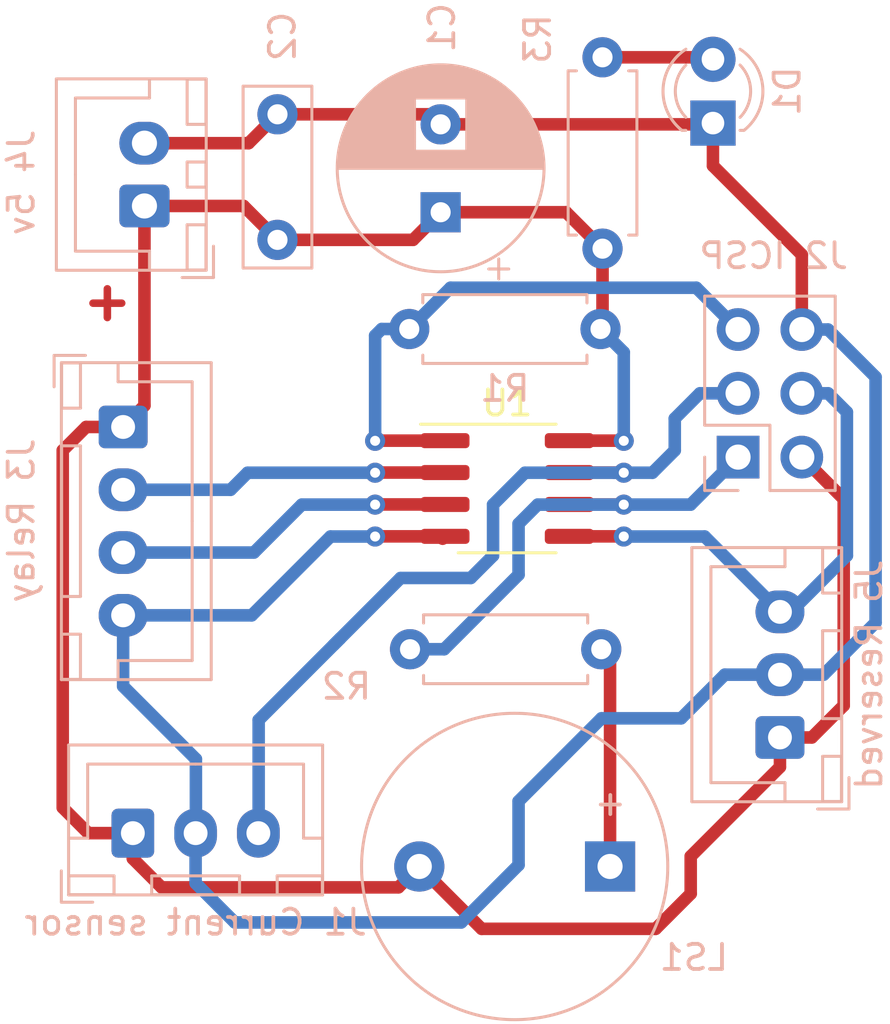
<source format=kicad_pcb>
(kicad_pcb (version 20171130) (host pcbnew "(5.1.9)-1")

  (general
    (thickness 1.6)
    (drawings 1)
    (tracks 133)
    (zones 0)
    (modules 13)
    (nets 11)
  )

  (page A4)
  (layers
    (0 F.Cu signal)
    (31 B.Cu signal)
    (32 B.Adhes user hide)
    (33 F.Adhes user hide)
    (34 B.Paste user)
    (35 F.Paste user hide)
    (36 B.SilkS user)
    (37 F.SilkS user)
    (38 B.Mask user)
    (39 F.Mask user)
    (40 Dwgs.User user)
    (41 Cmts.User user)
    (42 Eco1.User user)
    (43 Eco2.User user)
    (44 Edge.Cuts user)
    (45 Margin user)
    (46 B.CrtYd user)
    (47 F.CrtYd user)
    (48 B.Fab user hide)
    (49 F.Fab user)
  )

  (setup
    (last_trace_width 0.5)
    (user_trace_width 0.3)
    (user_trace_width 0.5)
    (trace_clearance 0.2)
    (zone_clearance 0.508)
    (zone_45_only no)
    (trace_min 0.2)
    (via_size 0.8)
    (via_drill 0.4)
    (via_min_size 0.4)
    (via_min_drill 0.3)
    (user_via 1.6 0.8)
    (uvia_size 0.3)
    (uvia_drill 0.1)
    (uvias_allowed no)
    (uvia_min_size 0.2)
    (uvia_min_drill 0.1)
    (edge_width 0.1)
    (segment_width 0.2)
    (pcb_text_width 0.3)
    (pcb_text_size 1.5 1.5)
    (mod_edge_width 0.15)
    (mod_text_size 1 1)
    (mod_text_width 0.15)
    (pad_size 1.6 1.6)
    (pad_drill 0.6)
    (pad_to_mask_clearance 0)
    (aux_axis_origin 0 0)
    (visible_elements 7FFFFFFF)
    (pcbplotparams
      (layerselection 0x01030_ffffffff)
      (usegerberextensions false)
      (usegerberattributes true)
      (usegerberadvancedattributes true)
      (creategerberjobfile true)
      (excludeedgelayer true)
      (linewidth 0.100000)
      (plotframeref false)
      (viasonmask false)
      (mode 1)
      (useauxorigin false)
      (hpglpennumber 1)
      (hpglpenspeed 20)
      (hpglpendiameter 15.000000)
      (psnegative false)
      (psa4output false)
      (plotreference true)
      (plotvalue true)
      (plotinvisibletext false)
      (padsonsilk false)
      (subtractmaskfromsilk false)
      (outputformat 3)
      (mirror false)
      (drillshape 2)
      (scaleselection 1)
      (outputdirectory ""))
  )

  (net 0 "")
  (net 1 "Net-(C1-Pad1)")
  (net 2 "Net-(C1-Pad2)")
  (net 3 "Net-(D1-Pad2)")
  (net 4 "Net-(J1-Pad3)")
  (net 5 "Net-(J2-Pad1)")
  (net 6 "Net-(J2-Pad4)")
  (net 7 "Net-(J2-Pad5)")
  (net 8 "Net-(J3-Pad2)")
  (net 9 "Net-(J3-Pad3)")
  (net 10 "Net-(LS1-Pad1)")

  (net_class Default "Это класс цепей по умолчанию."
    (clearance 0.2)
    (trace_width 0.25)
    (via_dia 0.8)
    (via_drill 0.4)
    (uvia_dia 0.3)
    (uvia_drill 0.1)
    (add_net "Net-(C1-Pad1)")
    (add_net "Net-(C1-Pad2)")
    (add_net "Net-(D1-Pad2)")
    (add_net "Net-(J1-Pad3)")
    (add_net "Net-(J2-Pad1)")
    (add_net "Net-(J2-Pad4)")
    (add_net "Net-(J2-Pad5)")
    (add_net "Net-(J3-Pad2)")
    (add_net "Net-(J3-Pad3)")
    (add_net "Net-(LS1-Pad1)")
  )

  (module Connector_JST:JST_XH_B3B-XH-A_1x03_P2.50mm_Vertical (layer B.Cu) (tedit 5C28146C) (tstamp 60021D5D)
    (at 171.069 91.313 90)
    (descr "JST XH series connector, B3B-XH-A (http://www.jst-mfg.com/product/pdf/eng/eXH.pdf), generated with kicad-footprint-generator")
    (tags "connector JST XH vertical")
    (path /600CACA9)
    (fp_text reference "J5 Reserved" (at 2.5 3.55 90) (layer B.SilkS)
      (effects (font (size 1 1) (thickness 0.15)) (justify mirror))
    )
    (fp_text value Reserved (at 2.5 -4.6 90) (layer B.Fab)
      (effects (font (size 1 1) (thickness 0.15)) (justify mirror))
    )
    (fp_line (start -2.45 2.35) (end -2.45 -3.4) (layer B.Fab) (width 0.1))
    (fp_line (start -2.45 -3.4) (end 7.45 -3.4) (layer B.Fab) (width 0.1))
    (fp_line (start 7.45 -3.4) (end 7.45 2.35) (layer B.Fab) (width 0.1))
    (fp_line (start 7.45 2.35) (end -2.45 2.35) (layer B.Fab) (width 0.1))
    (fp_line (start -2.56 2.46) (end -2.56 -3.51) (layer B.SilkS) (width 0.12))
    (fp_line (start -2.56 -3.51) (end 7.56 -3.51) (layer B.SilkS) (width 0.12))
    (fp_line (start 7.56 -3.51) (end 7.56 2.46) (layer B.SilkS) (width 0.12))
    (fp_line (start 7.56 2.46) (end -2.56 2.46) (layer B.SilkS) (width 0.12))
    (fp_line (start -2.95 2.85) (end -2.95 -3.9) (layer B.CrtYd) (width 0.05))
    (fp_line (start -2.95 -3.9) (end 7.95 -3.9) (layer B.CrtYd) (width 0.05))
    (fp_line (start 7.95 -3.9) (end 7.95 2.85) (layer B.CrtYd) (width 0.05))
    (fp_line (start 7.95 2.85) (end -2.95 2.85) (layer B.CrtYd) (width 0.05))
    (fp_line (start -0.625 2.35) (end 0 1.35) (layer B.Fab) (width 0.1))
    (fp_line (start 0 1.35) (end 0.625 2.35) (layer B.Fab) (width 0.1))
    (fp_line (start 0.75 2.45) (end 0.75 1.7) (layer B.SilkS) (width 0.12))
    (fp_line (start 0.75 1.7) (end 4.25 1.7) (layer B.SilkS) (width 0.12))
    (fp_line (start 4.25 1.7) (end 4.25 2.45) (layer B.SilkS) (width 0.12))
    (fp_line (start 4.25 2.45) (end 0.75 2.45) (layer B.SilkS) (width 0.12))
    (fp_line (start -2.55 2.45) (end -2.55 1.7) (layer B.SilkS) (width 0.12))
    (fp_line (start -2.55 1.7) (end -0.75 1.7) (layer B.SilkS) (width 0.12))
    (fp_line (start -0.75 1.7) (end -0.75 2.45) (layer B.SilkS) (width 0.12))
    (fp_line (start -0.75 2.45) (end -2.55 2.45) (layer B.SilkS) (width 0.12))
    (fp_line (start 5.75 2.45) (end 5.75 1.7) (layer B.SilkS) (width 0.12))
    (fp_line (start 5.75 1.7) (end 7.55 1.7) (layer B.SilkS) (width 0.12))
    (fp_line (start 7.55 1.7) (end 7.55 2.45) (layer B.SilkS) (width 0.12))
    (fp_line (start 7.55 2.45) (end 5.75 2.45) (layer B.SilkS) (width 0.12))
    (fp_line (start -2.55 0.2) (end -1.8 0.2) (layer B.SilkS) (width 0.12))
    (fp_line (start -1.8 0.2) (end -1.8 -2.75) (layer B.SilkS) (width 0.12))
    (fp_line (start -1.8 -2.75) (end 2.5 -2.75) (layer B.SilkS) (width 0.12))
    (fp_line (start 7.55 0.2) (end 6.8 0.2) (layer B.SilkS) (width 0.12))
    (fp_line (start 6.8 0.2) (end 6.8 -2.75) (layer B.SilkS) (width 0.12))
    (fp_line (start 6.8 -2.75) (end 2.5 -2.75) (layer B.SilkS) (width 0.12))
    (fp_line (start -1.6 2.75) (end -2.85 2.75) (layer B.SilkS) (width 0.12))
    (fp_line (start -2.85 2.75) (end -2.85 1.5) (layer B.SilkS) (width 0.12))
    (fp_text user %R (at 2.5 -2.7 90) (layer B.Fab)
      (effects (font (size 1 1) (thickness 0.15)) (justify mirror))
    )
    (pad 3 thru_hole oval (at 5 0 90) (size 1.7 1.95) (drill 0.95) (layers *.Cu *.Mask)
      (net 6 "Net-(J2-Pad4)"))
    (pad 2 thru_hole oval (at 2.5 0 90) (size 1.7 1.95) (drill 0.95) (layers *.Cu *.Mask)
      (net 2 "Net-(C1-Pad2)"))
    (pad 1 thru_hole roundrect (at 0 0 90) (size 1.7 1.95) (drill 0.95) (layers *.Cu *.Mask) (roundrect_rratio 0.147059)
      (net 1 "Net-(C1-Pad1)"))
    (model ${KISYS3DMOD}/Connector_JST.3dshapes/JST_XH_B3B-XH-A_1x03_P2.50mm_Vertical.wrl
      (at (xyz 0 0 0))
      (scale (xyz 1 1 1))
      (rotate (xyz 0 0 0))
    )
  )

  (module Resistor_THT:R_Axial_DIN0207_L6.3mm_D2.5mm_P7.62mm_Horizontal (layer B.Cu) (tedit 5AE5139B) (tstamp 60022753)
    (at 156.3 75.05)
    (descr "Resistor, Axial_DIN0207 series, Axial, Horizontal, pin pitch=7.62mm, 0.25W = 1/4W, length*diameter=6.3*2.5mm^2, http://cdn-reichelt.de/documents/datenblatt/B400/1_4W%23YAG.pdf")
    (tags "Resistor Axial_DIN0207 series Axial Horizontal pin pitch 7.62mm 0.25W = 1/4W length 6.3mm diameter 2.5mm")
    (path /6000469C)
    (fp_text reference R1 (at 3.81 2.37) (layer B.SilkS)
      (effects (font (size 1 1) (thickness 0.15)) (justify mirror))
    )
    (fp_text value "10 K" (at 3.81 -2.37) (layer B.Fab)
      (effects (font (size 1 1) (thickness 0.15)) (justify mirror))
    )
    (fp_line (start 8.67 1.5) (end -1.05 1.5) (layer B.CrtYd) (width 0.05))
    (fp_line (start 8.67 -1.5) (end 8.67 1.5) (layer B.CrtYd) (width 0.05))
    (fp_line (start -1.05 -1.5) (end 8.67 -1.5) (layer B.CrtYd) (width 0.05))
    (fp_line (start -1.05 1.5) (end -1.05 -1.5) (layer B.CrtYd) (width 0.05))
    (fp_line (start 7.08 -1.37) (end 7.08 -1.04) (layer B.SilkS) (width 0.12))
    (fp_line (start 0.54 -1.37) (end 7.08 -1.37) (layer B.SilkS) (width 0.12))
    (fp_line (start 0.54 -1.04) (end 0.54 -1.37) (layer B.SilkS) (width 0.12))
    (fp_line (start 7.08 1.37) (end 7.08 1.04) (layer B.SilkS) (width 0.12))
    (fp_line (start 0.54 1.37) (end 7.08 1.37) (layer B.SilkS) (width 0.12))
    (fp_line (start 0.54 1.04) (end 0.54 1.37) (layer B.SilkS) (width 0.12))
    (fp_line (start 7.62 0) (end 6.96 0) (layer B.Fab) (width 0.1))
    (fp_line (start 0 0) (end 0.66 0) (layer B.Fab) (width 0.1))
    (fp_line (start 6.96 1.25) (end 0.66 1.25) (layer B.Fab) (width 0.1))
    (fp_line (start 6.96 -1.25) (end 6.96 1.25) (layer B.Fab) (width 0.1))
    (fp_line (start 0.66 -1.25) (end 6.96 -1.25) (layer B.Fab) (width 0.1))
    (fp_line (start 0.66 1.25) (end 0.66 -1.25) (layer B.Fab) (width 0.1))
    (fp_text user %R (at 3.81 0) (layer B.Fab)
      (effects (font (size 1 1) (thickness 0.15)) (justify mirror))
    )
    (pad 1 thru_hole circle (at 0 0) (size 1.6 1.6) (drill 0.8) (layers *.Cu *.Mask)
      (net 7 "Net-(J2-Pad5)"))
    (pad 2 thru_hole oval (at 7.62 0) (size 1.6 1.6) (drill 0.8) (layers *.Cu *.Mask)
      (net 1 "Net-(C1-Pad1)"))
    (model ${KISYS3DMOD}/Resistor_THT.3dshapes/R_Axial_DIN0207_L6.3mm_D2.5mm_P7.62mm_Horizontal.wrl
      (at (xyz 0 0 0))
      (scale (xyz 1 1 1))
      (rotate (xyz 0 0 0))
    )
  )

  (module Capacitor_THT:CP_Radial_D8.0mm_P3.50mm (layer B.Cu) (tedit 5AE50EF0) (tstamp 60021C72)
    (at 157.55 70.4 90)
    (descr "CP, Radial series, Radial, pin pitch=3.50mm, , diameter=8mm, Electrolytic Capacitor")
    (tags "CP Radial series Radial pin pitch 3.50mm  diameter 8mm Electrolytic Capacitor")
    (path /600CF095)
    (fp_text reference C1 (at 7.35 0.05 90) (layer B.SilkS)
      (effects (font (size 1 1) (thickness 0.15)) (justify mirror))
    )
    (fp_text value 100mF (at -2.25 5.15 90) (layer B.Fab)
      (effects (font (size 1 1) (thickness 0.15)) (justify mirror))
    )
    (fp_line (start -2.259698 2.715) (end -2.259698 1.915) (layer B.SilkS) (width 0.12))
    (fp_line (start -2.659698 2.315) (end -1.859698 2.315) (layer B.SilkS) (width 0.12))
    (fp_line (start 5.831 0.533) (end 5.831 -0.533) (layer B.SilkS) (width 0.12))
    (fp_line (start 5.791 0.768) (end 5.791 -0.768) (layer B.SilkS) (width 0.12))
    (fp_line (start 5.751 0.948) (end 5.751 -0.948) (layer B.SilkS) (width 0.12))
    (fp_line (start 5.711 1.098) (end 5.711 -1.098) (layer B.SilkS) (width 0.12))
    (fp_line (start 5.671 1.229) (end 5.671 -1.229) (layer B.SilkS) (width 0.12))
    (fp_line (start 5.631 1.346) (end 5.631 -1.346) (layer B.SilkS) (width 0.12))
    (fp_line (start 5.591 1.453) (end 5.591 -1.453) (layer B.SilkS) (width 0.12))
    (fp_line (start 5.551 1.552) (end 5.551 -1.552) (layer B.SilkS) (width 0.12))
    (fp_line (start 5.511 1.645) (end 5.511 -1.645) (layer B.SilkS) (width 0.12))
    (fp_line (start 5.471 1.731) (end 5.471 -1.731) (layer B.SilkS) (width 0.12))
    (fp_line (start 5.431 1.813) (end 5.431 -1.813) (layer B.SilkS) (width 0.12))
    (fp_line (start 5.391 1.89) (end 5.391 -1.89) (layer B.SilkS) (width 0.12))
    (fp_line (start 5.351 1.964) (end 5.351 -1.964) (layer B.SilkS) (width 0.12))
    (fp_line (start 5.311 2.034) (end 5.311 -2.034) (layer B.SilkS) (width 0.12))
    (fp_line (start 5.271 2.102) (end 5.271 -2.102) (layer B.SilkS) (width 0.12))
    (fp_line (start 5.231 2.166) (end 5.231 -2.166) (layer B.SilkS) (width 0.12))
    (fp_line (start 5.191 2.228) (end 5.191 -2.228) (layer B.SilkS) (width 0.12))
    (fp_line (start 5.151 2.287) (end 5.151 -2.287) (layer B.SilkS) (width 0.12))
    (fp_line (start 5.111 2.345) (end 5.111 -2.345) (layer B.SilkS) (width 0.12))
    (fp_line (start 5.071 2.4) (end 5.071 -2.4) (layer B.SilkS) (width 0.12))
    (fp_line (start 5.031 2.454) (end 5.031 -2.454) (layer B.SilkS) (width 0.12))
    (fp_line (start 4.991 2.505) (end 4.991 -2.505) (layer B.SilkS) (width 0.12))
    (fp_line (start 4.951 2.556) (end 4.951 -2.556) (layer B.SilkS) (width 0.12))
    (fp_line (start 4.911 2.604) (end 4.911 -2.604) (layer B.SilkS) (width 0.12))
    (fp_line (start 4.871 2.651) (end 4.871 -2.651) (layer B.SilkS) (width 0.12))
    (fp_line (start 4.831 2.697) (end 4.831 -2.697) (layer B.SilkS) (width 0.12))
    (fp_line (start 4.791 2.741) (end 4.791 -2.741) (layer B.SilkS) (width 0.12))
    (fp_line (start 4.751 2.784) (end 4.751 -2.784) (layer B.SilkS) (width 0.12))
    (fp_line (start 4.711 2.826) (end 4.711 -2.826) (layer B.SilkS) (width 0.12))
    (fp_line (start 4.671 2.867) (end 4.671 -2.867) (layer B.SilkS) (width 0.12))
    (fp_line (start 4.631 2.907) (end 4.631 -2.907) (layer B.SilkS) (width 0.12))
    (fp_line (start 4.591 2.945) (end 4.591 -2.945) (layer B.SilkS) (width 0.12))
    (fp_line (start 4.551 2.983) (end 4.551 -2.983) (layer B.SilkS) (width 0.12))
    (fp_line (start 4.511 -1.04) (end 4.511 -3.019) (layer B.SilkS) (width 0.12))
    (fp_line (start 4.511 3.019) (end 4.511 1.04) (layer B.SilkS) (width 0.12))
    (fp_line (start 4.471 -1.04) (end 4.471 -3.055) (layer B.SilkS) (width 0.12))
    (fp_line (start 4.471 3.055) (end 4.471 1.04) (layer B.SilkS) (width 0.12))
    (fp_line (start 4.431 -1.04) (end 4.431 -3.09) (layer B.SilkS) (width 0.12))
    (fp_line (start 4.431 3.09) (end 4.431 1.04) (layer B.SilkS) (width 0.12))
    (fp_line (start 4.391 -1.04) (end 4.391 -3.124) (layer B.SilkS) (width 0.12))
    (fp_line (start 4.391 3.124) (end 4.391 1.04) (layer B.SilkS) (width 0.12))
    (fp_line (start 4.351 -1.04) (end 4.351 -3.156) (layer B.SilkS) (width 0.12))
    (fp_line (start 4.351 3.156) (end 4.351 1.04) (layer B.SilkS) (width 0.12))
    (fp_line (start 4.311 -1.04) (end 4.311 -3.189) (layer B.SilkS) (width 0.12))
    (fp_line (start 4.311 3.189) (end 4.311 1.04) (layer B.SilkS) (width 0.12))
    (fp_line (start 4.271 -1.04) (end 4.271 -3.22) (layer B.SilkS) (width 0.12))
    (fp_line (start 4.271 3.22) (end 4.271 1.04) (layer B.SilkS) (width 0.12))
    (fp_line (start 4.231 -1.04) (end 4.231 -3.25) (layer B.SilkS) (width 0.12))
    (fp_line (start 4.231 3.25) (end 4.231 1.04) (layer B.SilkS) (width 0.12))
    (fp_line (start 4.191 -1.04) (end 4.191 -3.28) (layer B.SilkS) (width 0.12))
    (fp_line (start 4.191 3.28) (end 4.191 1.04) (layer B.SilkS) (width 0.12))
    (fp_line (start 4.151 -1.04) (end 4.151 -3.309) (layer B.SilkS) (width 0.12))
    (fp_line (start 4.151 3.309) (end 4.151 1.04) (layer B.SilkS) (width 0.12))
    (fp_line (start 4.111 -1.04) (end 4.111 -3.338) (layer B.SilkS) (width 0.12))
    (fp_line (start 4.111 3.338) (end 4.111 1.04) (layer B.SilkS) (width 0.12))
    (fp_line (start 4.071 -1.04) (end 4.071 -3.365) (layer B.SilkS) (width 0.12))
    (fp_line (start 4.071 3.365) (end 4.071 1.04) (layer B.SilkS) (width 0.12))
    (fp_line (start 4.031 -1.04) (end 4.031 -3.392) (layer B.SilkS) (width 0.12))
    (fp_line (start 4.031 3.392) (end 4.031 1.04) (layer B.SilkS) (width 0.12))
    (fp_line (start 3.991 -1.04) (end 3.991 -3.418) (layer B.SilkS) (width 0.12))
    (fp_line (start 3.991 3.418) (end 3.991 1.04) (layer B.SilkS) (width 0.12))
    (fp_line (start 3.951 -1.04) (end 3.951 -3.444) (layer B.SilkS) (width 0.12))
    (fp_line (start 3.951 3.444) (end 3.951 1.04) (layer B.SilkS) (width 0.12))
    (fp_line (start 3.911 -1.04) (end 3.911 -3.469) (layer B.SilkS) (width 0.12))
    (fp_line (start 3.911 3.469) (end 3.911 1.04) (layer B.SilkS) (width 0.12))
    (fp_line (start 3.871 -1.04) (end 3.871 -3.493) (layer B.SilkS) (width 0.12))
    (fp_line (start 3.871 3.493) (end 3.871 1.04) (layer B.SilkS) (width 0.12))
    (fp_line (start 3.831 -1.04) (end 3.831 -3.517) (layer B.SilkS) (width 0.12))
    (fp_line (start 3.831 3.517) (end 3.831 1.04) (layer B.SilkS) (width 0.12))
    (fp_line (start 3.791 -1.04) (end 3.791 -3.54) (layer B.SilkS) (width 0.12))
    (fp_line (start 3.791 3.54) (end 3.791 1.04) (layer B.SilkS) (width 0.12))
    (fp_line (start 3.751 -1.04) (end 3.751 -3.562) (layer B.SilkS) (width 0.12))
    (fp_line (start 3.751 3.562) (end 3.751 1.04) (layer B.SilkS) (width 0.12))
    (fp_line (start 3.711 -1.04) (end 3.711 -3.584) (layer B.SilkS) (width 0.12))
    (fp_line (start 3.711 3.584) (end 3.711 1.04) (layer B.SilkS) (width 0.12))
    (fp_line (start 3.671 -1.04) (end 3.671 -3.606) (layer B.SilkS) (width 0.12))
    (fp_line (start 3.671 3.606) (end 3.671 1.04) (layer B.SilkS) (width 0.12))
    (fp_line (start 3.631 -1.04) (end 3.631 -3.627) (layer B.SilkS) (width 0.12))
    (fp_line (start 3.631 3.627) (end 3.631 1.04) (layer B.SilkS) (width 0.12))
    (fp_line (start 3.591 -1.04) (end 3.591 -3.647) (layer B.SilkS) (width 0.12))
    (fp_line (start 3.591 3.647) (end 3.591 1.04) (layer B.SilkS) (width 0.12))
    (fp_line (start 3.551 -1.04) (end 3.551 -3.666) (layer B.SilkS) (width 0.12))
    (fp_line (start 3.551 3.666) (end 3.551 1.04) (layer B.SilkS) (width 0.12))
    (fp_line (start 3.511 -1.04) (end 3.511 -3.686) (layer B.SilkS) (width 0.12))
    (fp_line (start 3.511 3.686) (end 3.511 1.04) (layer B.SilkS) (width 0.12))
    (fp_line (start 3.471 -1.04) (end 3.471 -3.704) (layer B.SilkS) (width 0.12))
    (fp_line (start 3.471 3.704) (end 3.471 1.04) (layer B.SilkS) (width 0.12))
    (fp_line (start 3.431 -1.04) (end 3.431 -3.722) (layer B.SilkS) (width 0.12))
    (fp_line (start 3.431 3.722) (end 3.431 1.04) (layer B.SilkS) (width 0.12))
    (fp_line (start 3.391 -1.04) (end 3.391 -3.74) (layer B.SilkS) (width 0.12))
    (fp_line (start 3.391 3.74) (end 3.391 1.04) (layer B.SilkS) (width 0.12))
    (fp_line (start 3.351 -1.04) (end 3.351 -3.757) (layer B.SilkS) (width 0.12))
    (fp_line (start 3.351 3.757) (end 3.351 1.04) (layer B.SilkS) (width 0.12))
    (fp_line (start 3.311 -1.04) (end 3.311 -3.774) (layer B.SilkS) (width 0.12))
    (fp_line (start 3.311 3.774) (end 3.311 1.04) (layer B.SilkS) (width 0.12))
    (fp_line (start 3.271 -1.04) (end 3.271 -3.79) (layer B.SilkS) (width 0.12))
    (fp_line (start 3.271 3.79) (end 3.271 1.04) (layer B.SilkS) (width 0.12))
    (fp_line (start 3.231 -1.04) (end 3.231 -3.805) (layer B.SilkS) (width 0.12))
    (fp_line (start 3.231 3.805) (end 3.231 1.04) (layer B.SilkS) (width 0.12))
    (fp_line (start 3.191 -1.04) (end 3.191 -3.821) (layer B.SilkS) (width 0.12))
    (fp_line (start 3.191 3.821) (end 3.191 1.04) (layer B.SilkS) (width 0.12))
    (fp_line (start 3.151 -1.04) (end 3.151 -3.835) (layer B.SilkS) (width 0.12))
    (fp_line (start 3.151 3.835) (end 3.151 1.04) (layer B.SilkS) (width 0.12))
    (fp_line (start 3.111 -1.04) (end 3.111 -3.85) (layer B.SilkS) (width 0.12))
    (fp_line (start 3.111 3.85) (end 3.111 1.04) (layer B.SilkS) (width 0.12))
    (fp_line (start 3.071 -1.04) (end 3.071 -3.863) (layer B.SilkS) (width 0.12))
    (fp_line (start 3.071 3.863) (end 3.071 1.04) (layer B.SilkS) (width 0.12))
    (fp_line (start 3.031 -1.04) (end 3.031 -3.877) (layer B.SilkS) (width 0.12))
    (fp_line (start 3.031 3.877) (end 3.031 1.04) (layer B.SilkS) (width 0.12))
    (fp_line (start 2.991 -1.04) (end 2.991 -3.889) (layer B.SilkS) (width 0.12))
    (fp_line (start 2.991 3.889) (end 2.991 1.04) (layer B.SilkS) (width 0.12))
    (fp_line (start 2.951 -1.04) (end 2.951 -3.902) (layer B.SilkS) (width 0.12))
    (fp_line (start 2.951 3.902) (end 2.951 1.04) (layer B.SilkS) (width 0.12))
    (fp_line (start 2.911 -1.04) (end 2.911 -3.914) (layer B.SilkS) (width 0.12))
    (fp_line (start 2.911 3.914) (end 2.911 1.04) (layer B.SilkS) (width 0.12))
    (fp_line (start 2.871 -1.04) (end 2.871 -3.925) (layer B.SilkS) (width 0.12))
    (fp_line (start 2.871 3.925) (end 2.871 1.04) (layer B.SilkS) (width 0.12))
    (fp_line (start 2.831 -1.04) (end 2.831 -3.936) (layer B.SilkS) (width 0.12))
    (fp_line (start 2.831 3.936) (end 2.831 1.04) (layer B.SilkS) (width 0.12))
    (fp_line (start 2.791 -1.04) (end 2.791 -3.947) (layer B.SilkS) (width 0.12))
    (fp_line (start 2.791 3.947) (end 2.791 1.04) (layer B.SilkS) (width 0.12))
    (fp_line (start 2.751 -1.04) (end 2.751 -3.957) (layer B.SilkS) (width 0.12))
    (fp_line (start 2.751 3.957) (end 2.751 1.04) (layer B.SilkS) (width 0.12))
    (fp_line (start 2.711 -1.04) (end 2.711 -3.967) (layer B.SilkS) (width 0.12))
    (fp_line (start 2.711 3.967) (end 2.711 1.04) (layer B.SilkS) (width 0.12))
    (fp_line (start 2.671 -1.04) (end 2.671 -3.976) (layer B.SilkS) (width 0.12))
    (fp_line (start 2.671 3.976) (end 2.671 1.04) (layer B.SilkS) (width 0.12))
    (fp_line (start 2.631 -1.04) (end 2.631 -3.985) (layer B.SilkS) (width 0.12))
    (fp_line (start 2.631 3.985) (end 2.631 1.04) (layer B.SilkS) (width 0.12))
    (fp_line (start 2.591 -1.04) (end 2.591 -3.994) (layer B.SilkS) (width 0.12))
    (fp_line (start 2.591 3.994) (end 2.591 1.04) (layer B.SilkS) (width 0.12))
    (fp_line (start 2.551 -1.04) (end 2.551 -4.002) (layer B.SilkS) (width 0.12))
    (fp_line (start 2.551 4.002) (end 2.551 1.04) (layer B.SilkS) (width 0.12))
    (fp_line (start 2.511 -1.04) (end 2.511 -4.01) (layer B.SilkS) (width 0.12))
    (fp_line (start 2.511 4.01) (end 2.511 1.04) (layer B.SilkS) (width 0.12))
    (fp_line (start 2.471 -1.04) (end 2.471 -4.017) (layer B.SilkS) (width 0.12))
    (fp_line (start 2.471 4.017) (end 2.471 1.04) (layer B.SilkS) (width 0.12))
    (fp_line (start 2.43 4.024) (end 2.43 -4.024) (layer B.SilkS) (width 0.12))
    (fp_line (start 2.39 4.03) (end 2.39 -4.03) (layer B.SilkS) (width 0.12))
    (fp_line (start 2.35 4.037) (end 2.35 -4.037) (layer B.SilkS) (width 0.12))
    (fp_line (start 2.31 4.042) (end 2.31 -4.042) (layer B.SilkS) (width 0.12))
    (fp_line (start 2.27 4.048) (end 2.27 -4.048) (layer B.SilkS) (width 0.12))
    (fp_line (start 2.23 4.052) (end 2.23 -4.052) (layer B.SilkS) (width 0.12))
    (fp_line (start 2.19 4.057) (end 2.19 -4.057) (layer B.SilkS) (width 0.12))
    (fp_line (start 2.15 4.061) (end 2.15 -4.061) (layer B.SilkS) (width 0.12))
    (fp_line (start 2.11 4.065) (end 2.11 -4.065) (layer B.SilkS) (width 0.12))
    (fp_line (start 2.07 4.068) (end 2.07 -4.068) (layer B.SilkS) (width 0.12))
    (fp_line (start 2.03 4.071) (end 2.03 -4.071) (layer B.SilkS) (width 0.12))
    (fp_line (start 1.99 4.074) (end 1.99 -4.074) (layer B.SilkS) (width 0.12))
    (fp_line (start 1.95 4.076) (end 1.95 -4.076) (layer B.SilkS) (width 0.12))
    (fp_line (start 1.91 4.077) (end 1.91 -4.077) (layer B.SilkS) (width 0.12))
    (fp_line (start 1.87 4.079) (end 1.87 -4.079) (layer B.SilkS) (width 0.12))
    (fp_line (start 1.83 4.08) (end 1.83 -4.08) (layer B.SilkS) (width 0.12))
    (fp_line (start 1.79 4.08) (end 1.79 -4.08) (layer B.SilkS) (width 0.12))
    (fp_line (start 1.75 4.08) (end 1.75 -4.08) (layer B.SilkS) (width 0.12))
    (fp_line (start -1.276759 2.1475) (end -1.276759 1.3475) (layer B.Fab) (width 0.1))
    (fp_line (start -1.676759 1.7475) (end -0.876759 1.7475) (layer B.Fab) (width 0.1))
    (fp_circle (center 1.75 0) (end 6 0) (layer B.CrtYd) (width 0.05))
    (fp_circle (center 1.75 0) (end 5.87 0) (layer B.SilkS) (width 0.12))
    (fp_circle (center 1.75 0) (end 5.75 0) (layer B.Fab) (width 0.1))
    (fp_text user %R (at 1.75 0 90) (layer B.Fab)
      (effects (font (size 1 1) (thickness 0.15)) (justify mirror))
    )
    (pad 1 thru_hole rect (at 0 0 90) (size 1.6 1.6) (drill 0.8) (layers *.Cu *.Mask)
      (net 1 "Net-(C1-Pad1)"))
    (pad 2 thru_hole circle (at 3.5 0 90) (size 1.6 1.6) (drill 0.8) (layers *.Cu *.Mask)
      (net 2 "Net-(C1-Pad2)"))
    (model ${KISYS3DMOD}/Capacitor_THT.3dshapes/CP_Radial_D8.0mm_P3.50mm.wrl
      (at (xyz 0 0 0))
      (scale (xyz 1 1 1))
      (rotate (xyz 0 0 0))
    )
  )

  (module Capacitor_THT:C_Disc_D7.0mm_W2.5mm_P5.00mm (layer B.Cu) (tedit 5AE50EF0) (tstamp 60021C85)
    (at 151.05 71.5 90)
    (descr "C, Disc series, Radial, pin pitch=5.00mm, , diameter*width=7*2.5mm^2, Capacitor, http://cdn-reichelt.de/documents/datenblatt/B300/DS_KERKO_TC.pdf")
    (tags "C Disc series Radial pin pitch 5.00mm  diameter 7mm width 2.5mm Capacitor")
    (path /600D150B)
    (fp_text reference C2 (at 8.1 0.2 90) (layer B.SilkS)
      (effects (font (size 1 1) (thickness 0.15)) (justify mirror))
    )
    (fp_text value 0,1mF (at -0.45 2.35 90) (layer B.Fab)
      (effects (font (size 1 1) (thickness 0.15)) (justify mirror))
    )
    (fp_line (start 6.25 1.5) (end -1.25 1.5) (layer B.CrtYd) (width 0.05))
    (fp_line (start 6.25 -1.5) (end 6.25 1.5) (layer B.CrtYd) (width 0.05))
    (fp_line (start -1.25 -1.5) (end 6.25 -1.5) (layer B.CrtYd) (width 0.05))
    (fp_line (start -1.25 1.5) (end -1.25 -1.5) (layer B.CrtYd) (width 0.05))
    (fp_line (start 6.12 1.37) (end 6.12 -1.37) (layer B.SilkS) (width 0.12))
    (fp_line (start -1.12 1.37) (end -1.12 -1.37) (layer B.SilkS) (width 0.12))
    (fp_line (start -1.12 -1.37) (end 6.12 -1.37) (layer B.SilkS) (width 0.12))
    (fp_line (start -1.12 1.37) (end 6.12 1.37) (layer B.SilkS) (width 0.12))
    (fp_line (start 6 1.25) (end -1 1.25) (layer B.Fab) (width 0.1))
    (fp_line (start 6 -1.25) (end 6 1.25) (layer B.Fab) (width 0.1))
    (fp_line (start -1 -1.25) (end 6 -1.25) (layer B.Fab) (width 0.1))
    (fp_line (start -1 1.25) (end -1 -1.25) (layer B.Fab) (width 0.1))
    (fp_text user %R (at 2.5 0 90) (layer B.Fab)
      (effects (font (size 1 1) (thickness 0.15)) (justify mirror))
    )
    (pad 1 thru_hole circle (at 0 0 90) (size 1.6 1.6) (drill 0.8) (layers *.Cu *.Mask)
      (net 1 "Net-(C1-Pad1)"))
    (pad 2 thru_hole circle (at 5 0 90) (size 1.6 1.6) (drill 0.8) (layers *.Cu *.Mask)
      (net 2 "Net-(C1-Pad2)"))
    (model ${KISYS3DMOD}/Capacitor_THT.3dshapes/C_Disc_D7.0mm_W2.5mm_P5.00mm.wrl
      (at (xyz 0 0 0))
      (scale (xyz 1 1 1))
      (rotate (xyz 0 0 0))
    )
  )

  (module LED_THT:LED_D3.0mm_Clear (layer B.Cu) (tedit 5A6C9BC0) (tstamp 60021C99)
    (at 168.4 66.85 90)
    (descr "IR-LED, diameter 3.0mm, 2 pins, color: clear")
    (tags "IR infrared LED diameter 3.0mm 2 pins clear")
    (path /60025FB9)
    (fp_text reference D1 (at 1.27 2.96 90) (layer B.SilkS)
      (effects (font (size 1 1) (thickness 0.15)) (justify mirror))
    )
    (fp_text value LED (at 1.27 -2.96 90) (layer B.Fab)
      (effects (font (size 1 1) (thickness 0.15)) (justify mirror))
    )
    (fp_circle (center 1.27 0) (end 2.77 0) (layer B.Fab) (width 0.1))
    (fp_line (start 3.7 2.25) (end -1.15 2.25) (layer B.CrtYd) (width 0.05))
    (fp_line (start 3.7 -2.25) (end 3.7 2.25) (layer B.CrtYd) (width 0.05))
    (fp_line (start -1.15 -2.25) (end 3.7 -2.25) (layer B.CrtYd) (width 0.05))
    (fp_line (start -1.15 2.25) (end -1.15 -2.25) (layer B.CrtYd) (width 0.05))
    (fp_line (start -0.29 -1.08) (end -0.29 -1.236) (layer B.SilkS) (width 0.12))
    (fp_line (start -0.29 1.236) (end -0.29 1.08) (layer B.SilkS) (width 0.12))
    (fp_line (start -0.23 1.16619) (end -0.23 -1.16619) (layer B.Fab) (width 0.1))
    (fp_text user %R (at 1.47 0 90) (layer B.Fab)
      (effects (font (size 0.8 0.8) (thickness 0.12)) (justify mirror))
    )
    (fp_arc (start 1.27 0) (end -0.23 1.16619) (angle -284.3) (layer B.Fab) (width 0.1))
    (fp_arc (start 1.27 0) (end -0.29 1.235516) (angle -108.8) (layer B.SilkS) (width 0.12))
    (fp_arc (start 1.27 0) (end -0.29 -1.235516) (angle 108.8) (layer B.SilkS) (width 0.12))
    (fp_arc (start 1.27 0) (end 0.229039 1.08) (angle -87.9) (layer B.SilkS) (width 0.12))
    (fp_arc (start 1.27 0) (end 0.229039 -1.08) (angle 87.9) (layer B.SilkS) (width 0.12))
    (pad 1 thru_hole rect (at 0 0 90) (size 1.8 1.8) (drill 0.9) (layers *.Cu *.Mask)
      (net 2 "Net-(C1-Pad2)"))
    (pad 2 thru_hole circle (at 2.54 0 90) (size 1.8 1.8) (drill 0.9) (layers *.Cu *.Mask)
      (net 3 "Net-(D1-Pad2)"))
    (model ${KISYS3DMOD}/LED_THT.3dshapes/LED_D3.0mm_Clear.wrl
      (at (xyz 0 0 0))
      (scale (xyz 1 1 1))
      (rotate (xyz 0 0 0))
    )
  )

  (module Connector_JST:JST_XH_B3B-XH-A_1x03_P2.50mm_Vertical (layer B.Cu) (tedit 5C28146C) (tstamp 60021CC3)
    (at 145.288 95.123)
    (descr "JST XH series connector, B3B-XH-A (http://www.jst-mfg.com/product/pdf/eng/eXH.pdf), generated with kicad-footprint-generator")
    (tags "connector JST XH vertical")
    (path /6000BAC1)
    (fp_text reference "J1 Current sensor" (at 2.5 3.55) (layer B.SilkS)
      (effects (font (size 1 1) (thickness 0.15)) (justify mirror))
    )
    (fp_text value "Current sensor" (at 2.5 -4.6) (layer B.Fab)
      (effects (font (size 1 1) (thickness 0.15)) (justify mirror))
    )
    (fp_line (start -2.85 2.75) (end -2.85 1.5) (layer B.SilkS) (width 0.12))
    (fp_line (start -1.6 2.75) (end -2.85 2.75) (layer B.SilkS) (width 0.12))
    (fp_line (start 6.8 -2.75) (end 2.5 -2.75) (layer B.SilkS) (width 0.12))
    (fp_line (start 6.8 0.2) (end 6.8 -2.75) (layer B.SilkS) (width 0.12))
    (fp_line (start 7.55 0.2) (end 6.8 0.2) (layer B.SilkS) (width 0.12))
    (fp_line (start -1.8 -2.75) (end 2.5 -2.75) (layer B.SilkS) (width 0.12))
    (fp_line (start -1.8 0.2) (end -1.8 -2.75) (layer B.SilkS) (width 0.12))
    (fp_line (start -2.55 0.2) (end -1.8 0.2) (layer B.SilkS) (width 0.12))
    (fp_line (start 7.55 2.45) (end 5.75 2.45) (layer B.SilkS) (width 0.12))
    (fp_line (start 7.55 1.7) (end 7.55 2.45) (layer B.SilkS) (width 0.12))
    (fp_line (start 5.75 1.7) (end 7.55 1.7) (layer B.SilkS) (width 0.12))
    (fp_line (start 5.75 2.45) (end 5.75 1.7) (layer B.SilkS) (width 0.12))
    (fp_line (start -0.75 2.45) (end -2.55 2.45) (layer B.SilkS) (width 0.12))
    (fp_line (start -0.75 1.7) (end -0.75 2.45) (layer B.SilkS) (width 0.12))
    (fp_line (start -2.55 1.7) (end -0.75 1.7) (layer B.SilkS) (width 0.12))
    (fp_line (start -2.55 2.45) (end -2.55 1.7) (layer B.SilkS) (width 0.12))
    (fp_line (start 4.25 2.45) (end 0.75 2.45) (layer B.SilkS) (width 0.12))
    (fp_line (start 4.25 1.7) (end 4.25 2.45) (layer B.SilkS) (width 0.12))
    (fp_line (start 0.75 1.7) (end 4.25 1.7) (layer B.SilkS) (width 0.12))
    (fp_line (start 0.75 2.45) (end 0.75 1.7) (layer B.SilkS) (width 0.12))
    (fp_line (start 0 1.35) (end 0.625 2.35) (layer B.Fab) (width 0.1))
    (fp_line (start -0.625 2.35) (end 0 1.35) (layer B.Fab) (width 0.1))
    (fp_line (start 7.95 2.85) (end -2.95 2.85) (layer B.CrtYd) (width 0.05))
    (fp_line (start 7.95 -3.9) (end 7.95 2.85) (layer B.CrtYd) (width 0.05))
    (fp_line (start -2.95 -3.9) (end 7.95 -3.9) (layer B.CrtYd) (width 0.05))
    (fp_line (start -2.95 2.85) (end -2.95 -3.9) (layer B.CrtYd) (width 0.05))
    (fp_line (start 7.56 2.46) (end -2.56 2.46) (layer B.SilkS) (width 0.12))
    (fp_line (start 7.56 -3.51) (end 7.56 2.46) (layer B.SilkS) (width 0.12))
    (fp_line (start -2.56 -3.51) (end 7.56 -3.51) (layer B.SilkS) (width 0.12))
    (fp_line (start -2.56 2.46) (end -2.56 -3.51) (layer B.SilkS) (width 0.12))
    (fp_line (start 7.45 2.35) (end -2.45 2.35) (layer B.Fab) (width 0.1))
    (fp_line (start 7.45 -3.4) (end 7.45 2.35) (layer B.Fab) (width 0.1))
    (fp_line (start -2.45 -3.4) (end 7.45 -3.4) (layer B.Fab) (width 0.1))
    (fp_line (start -2.45 2.35) (end -2.45 -3.4) (layer B.Fab) (width 0.1))
    (fp_text user %R (at 2.5 -2.7) (layer B.Fab)
      (effects (font (size 1 1) (thickness 0.15)) (justify mirror))
    )
    (pad 1 thru_hole roundrect (at 0 0) (size 1.7 1.95) (drill 0.95) (layers *.Cu *.Mask) (roundrect_rratio 0.147059)
      (net 1 "Net-(C1-Pad1)"))
    (pad 2 thru_hole oval (at 2.5 0) (size 1.7 1.95) (drill 0.95) (layers *.Cu *.Mask)
      (net 2 "Net-(C1-Pad2)"))
    (pad 3 thru_hole oval (at 5 0) (size 1.7 1.95) (drill 0.95) (layers *.Cu *.Mask)
      (net 4 "Net-(J1-Pad3)"))
    (model ${KISYS3DMOD}/Connector_JST.3dshapes/JST_XH_B3B-XH-A_1x03_P2.50mm_Vertical.wrl
      (at (xyz 0 0 0))
      (scale (xyz 1 1 1))
      (rotate (xyz 0 0 0))
    )
  )

  (module Connector_PinHeader_2.54mm:PinHeader_2x03_P2.54mm_Vertical (layer B.Cu) (tedit 59FED5CC) (tstamp 60070A83)
    (at 169.4 80.15)
    (descr "Through hole straight pin header, 2x03, 2.54mm pitch, double rows")
    (tags "Through hole pin header THT 2x03 2.54mm double row")
    (path /60028A69)
    (fp_text reference "J2 ICSP" (at 1.415 -8.014) (layer B.SilkS)
      (effects (font (size 1 1) (thickness 0.15)) (justify mirror))
    )
    (fp_text value ICSP (at 1.27 -7.41) (layer B.Fab)
      (effects (font (size 1 1) (thickness 0.15)) (justify mirror))
    )
    (fp_line (start 4.35 1.8) (end -1.8 1.8) (layer B.CrtYd) (width 0.05))
    (fp_line (start 4.35 -6.85) (end 4.35 1.8) (layer B.CrtYd) (width 0.05))
    (fp_line (start -1.8 -6.85) (end 4.35 -6.85) (layer B.CrtYd) (width 0.05))
    (fp_line (start -1.8 1.8) (end -1.8 -6.85) (layer B.CrtYd) (width 0.05))
    (fp_line (start -1.33 1.33) (end 0 1.33) (layer B.SilkS) (width 0.12))
    (fp_line (start -1.33 0) (end -1.33 1.33) (layer B.SilkS) (width 0.12))
    (fp_line (start 1.27 1.33) (end 3.87 1.33) (layer B.SilkS) (width 0.12))
    (fp_line (start 1.27 -1.27) (end 1.27 1.33) (layer B.SilkS) (width 0.12))
    (fp_line (start -1.33 -1.27) (end 1.27 -1.27) (layer B.SilkS) (width 0.12))
    (fp_line (start 3.87 1.33) (end 3.87 -6.41) (layer B.SilkS) (width 0.12))
    (fp_line (start -1.33 -1.27) (end -1.33 -6.41) (layer B.SilkS) (width 0.12))
    (fp_line (start -1.33 -6.41) (end 3.87 -6.41) (layer B.SilkS) (width 0.12))
    (fp_line (start -1.27 0) (end 0 1.27) (layer B.Fab) (width 0.1))
    (fp_line (start -1.27 -6.35) (end -1.27 0) (layer B.Fab) (width 0.1))
    (fp_line (start 3.81 -6.35) (end -1.27 -6.35) (layer B.Fab) (width 0.1))
    (fp_line (start 3.81 1.27) (end 3.81 -6.35) (layer B.Fab) (width 0.1))
    (fp_line (start 0 1.27) (end 3.81 1.27) (layer B.Fab) (width 0.1))
    (fp_text user %R (at 1.27 -2.54 -90) (layer B.Fab)
      (effects (font (size 1 1) (thickness 0.15)) (justify mirror))
    )
    (pad 1 thru_hole rect (at 0 0) (size 1.7 1.7) (drill 1) (layers *.Cu *.Mask)
      (net 5 "Net-(J2-Pad1)"))
    (pad 2 thru_hole oval (at 2.54 0) (size 1.7 1.7) (drill 1) (layers *.Cu *.Mask)
      (net 1 "Net-(C1-Pad1)"))
    (pad 3 thru_hole oval (at 0 -2.54) (size 1.7 1.7) (drill 1) (layers *.Cu *.Mask)
      (net 4 "Net-(J1-Pad3)"))
    (pad 4 thru_hole oval (at 2.54 -2.54) (size 1.7 1.7) (drill 1) (layers *.Cu *.Mask)
      (net 6 "Net-(J2-Pad4)"))
    (pad 5 thru_hole oval (at 0 -5.08) (size 1.7 1.7) (drill 1) (layers *.Cu *.Mask)
      (net 7 "Net-(J2-Pad5)"))
    (pad 6 thru_hole oval (at 2.54 -5.08) (size 1.7 1.7) (drill 1) (layers *.Cu *.Mask)
      (net 2 "Net-(C1-Pad2)"))
    (model ${KISYS3DMOD}/Connector_PinHeader_2.54mm.3dshapes/PinHeader_2x03_P2.54mm_Vertical.wrl
      (at (xyz 0 0 0))
      (scale (xyz 1 1 1))
      (rotate (xyz 0 0 0))
    )
  )

  (module Connector_JST:JST_XH_B4B-XH-A_1x04_P2.50mm_Vertical (layer B.Cu) (tedit 5C28146C) (tstamp 600718FD)
    (at 144.9 78.95 270)
    (descr "JST XH series connector, B4B-XH-A (http://www.jst-mfg.com/product/pdf/eng/eXH.pdf), generated with kicad-footprint-generator")
    (tags "connector JST XH vertical")
    (path /6000B24E)
    (fp_text reference "J3 Relay" (at 3.727 4.057 90) (layer B.SilkS)
      (effects (font (size 1 1) (thickness 0.15)) (justify mirror))
    )
    (fp_text value "Relay box" (at 3.75 -4.6 90) (layer B.Fab)
      (effects (font (size 1 1) (thickness 0.15)) (justify mirror))
    )
    (fp_line (start -2.85 2.75) (end -2.85 1.5) (layer B.SilkS) (width 0.12))
    (fp_line (start -1.6 2.75) (end -2.85 2.75) (layer B.SilkS) (width 0.12))
    (fp_line (start 9.3 -2.75) (end 3.75 -2.75) (layer B.SilkS) (width 0.12))
    (fp_line (start 9.3 0.2) (end 9.3 -2.75) (layer B.SilkS) (width 0.12))
    (fp_line (start 10.05 0.2) (end 9.3 0.2) (layer B.SilkS) (width 0.12))
    (fp_line (start -1.8 -2.75) (end 3.75 -2.75) (layer B.SilkS) (width 0.12))
    (fp_line (start -1.8 0.2) (end -1.8 -2.75) (layer B.SilkS) (width 0.12))
    (fp_line (start -2.55 0.2) (end -1.8 0.2) (layer B.SilkS) (width 0.12))
    (fp_line (start 10.05 2.45) (end 8.25 2.45) (layer B.SilkS) (width 0.12))
    (fp_line (start 10.05 1.7) (end 10.05 2.45) (layer B.SilkS) (width 0.12))
    (fp_line (start 8.25 1.7) (end 10.05 1.7) (layer B.SilkS) (width 0.12))
    (fp_line (start 8.25 2.45) (end 8.25 1.7) (layer B.SilkS) (width 0.12))
    (fp_line (start -0.75 2.45) (end -2.55 2.45) (layer B.SilkS) (width 0.12))
    (fp_line (start -0.75 1.7) (end -0.75 2.45) (layer B.SilkS) (width 0.12))
    (fp_line (start -2.55 1.7) (end -0.75 1.7) (layer B.SilkS) (width 0.12))
    (fp_line (start -2.55 2.45) (end -2.55 1.7) (layer B.SilkS) (width 0.12))
    (fp_line (start 6.75 2.45) (end 0.75 2.45) (layer B.SilkS) (width 0.12))
    (fp_line (start 6.75 1.7) (end 6.75 2.45) (layer B.SilkS) (width 0.12))
    (fp_line (start 0.75 1.7) (end 6.75 1.7) (layer B.SilkS) (width 0.12))
    (fp_line (start 0.75 2.45) (end 0.75 1.7) (layer B.SilkS) (width 0.12))
    (fp_line (start 0 1.35) (end 0.625 2.35) (layer B.Fab) (width 0.1))
    (fp_line (start -0.625 2.35) (end 0 1.35) (layer B.Fab) (width 0.1))
    (fp_line (start 10.45 2.85) (end -2.95 2.85) (layer B.CrtYd) (width 0.05))
    (fp_line (start 10.45 -3.9) (end 10.45 2.85) (layer B.CrtYd) (width 0.05))
    (fp_line (start -2.95 -3.9) (end 10.45 -3.9) (layer B.CrtYd) (width 0.05))
    (fp_line (start -2.95 2.85) (end -2.95 -3.9) (layer B.CrtYd) (width 0.05))
    (fp_line (start 10.06 2.46) (end -2.56 2.46) (layer B.SilkS) (width 0.12))
    (fp_line (start 10.06 -3.51) (end 10.06 2.46) (layer B.SilkS) (width 0.12))
    (fp_line (start -2.56 -3.51) (end 10.06 -3.51) (layer B.SilkS) (width 0.12))
    (fp_line (start -2.56 2.46) (end -2.56 -3.51) (layer B.SilkS) (width 0.12))
    (fp_line (start 9.95 2.35) (end -2.45 2.35) (layer B.Fab) (width 0.1))
    (fp_line (start 9.95 -3.4) (end 9.95 2.35) (layer B.Fab) (width 0.1))
    (fp_line (start -2.45 -3.4) (end 9.95 -3.4) (layer B.Fab) (width 0.1))
    (fp_line (start -2.45 2.35) (end -2.45 -3.4) (layer B.Fab) (width 0.1))
    (fp_text user %R (at 3.75 -2.7 90) (layer B.Fab)
      (effects (font (size 1 1) (thickness 0.15)) (justify mirror))
    )
    (pad 1 thru_hole roundrect (at 0 0 270) (size 1.7 1.95) (drill 0.95) (layers *.Cu *.Mask) (roundrect_rratio 0.147059)
      (net 1 "Net-(C1-Pad1)"))
    (pad 2 thru_hole oval (at 2.5 0 270) (size 1.7 1.95) (drill 0.95) (layers *.Cu *.Mask)
      (net 8 "Net-(J3-Pad2)"))
    (pad 3 thru_hole oval (at 5 0 270) (size 1.7 1.95) (drill 0.95) (layers *.Cu *.Mask)
      (net 9 "Net-(J3-Pad3)"))
    (pad 4 thru_hole oval (at 7.5 0 270) (size 1.7 1.95) (drill 0.95) (layers *.Cu *.Mask)
      (net 2 "Net-(C1-Pad2)"))
    (model ${KISYS3DMOD}/Connector_JST.3dshapes/JST_XH_B4B-XH-A_1x04_P2.50mm_Vertical.wrl
      (at (xyz 0 0 0))
      (scale (xyz 1 1 1))
      (rotate (xyz 0 0 0))
    )
  )

  (module Connector_JST:JST_XH_B2B-XH-A_1x02_P2.50mm_Vertical (layer B.Cu) (tedit 5C28146C) (tstamp 60021D33)
    (at 145.75 70.15 90)
    (descr "JST XH series connector, B2B-XH-A (http://www.jst-mfg.com/product/pdf/eng/eXH.pdf), generated with kicad-footprint-generator")
    (tags "connector JST XH vertical")
    (path /60009436)
    (fp_text reference "J4 5v" (at 0.935 -4.907 90) (layer B.SilkS)
      (effects (font (size 1 1) (thickness 0.15)) (justify mirror))
    )
    (fp_text value "Power supply" (at 1.25 -4.6 90) (layer B.Fab)
      (effects (font (size 1 1) (thickness 0.15)) (justify mirror))
    )
    (fp_line (start -2.85 2.75) (end -2.85 1.5) (layer B.SilkS) (width 0.12))
    (fp_line (start -1.6 2.75) (end -2.85 2.75) (layer B.SilkS) (width 0.12))
    (fp_line (start 4.3 -2.75) (end 1.25 -2.75) (layer B.SilkS) (width 0.12))
    (fp_line (start 4.3 0.2) (end 4.3 -2.75) (layer B.SilkS) (width 0.12))
    (fp_line (start 5.05 0.2) (end 4.3 0.2) (layer B.SilkS) (width 0.12))
    (fp_line (start -1.8 -2.75) (end 1.25 -2.75) (layer B.SilkS) (width 0.12))
    (fp_line (start -1.8 0.2) (end -1.8 -2.75) (layer B.SilkS) (width 0.12))
    (fp_line (start -2.55 0.2) (end -1.8 0.2) (layer B.SilkS) (width 0.12))
    (fp_line (start 5.05 2.45) (end 3.25 2.45) (layer B.SilkS) (width 0.12))
    (fp_line (start 5.05 1.7) (end 5.05 2.45) (layer B.SilkS) (width 0.12))
    (fp_line (start 3.25 1.7) (end 5.05 1.7) (layer B.SilkS) (width 0.12))
    (fp_line (start 3.25 2.45) (end 3.25 1.7) (layer B.SilkS) (width 0.12))
    (fp_line (start -0.75 2.45) (end -2.55 2.45) (layer B.SilkS) (width 0.12))
    (fp_line (start -0.75 1.7) (end -0.75 2.45) (layer B.SilkS) (width 0.12))
    (fp_line (start -2.55 1.7) (end -0.75 1.7) (layer B.SilkS) (width 0.12))
    (fp_line (start -2.55 2.45) (end -2.55 1.7) (layer B.SilkS) (width 0.12))
    (fp_line (start 1.75 2.45) (end 0.75 2.45) (layer B.SilkS) (width 0.12))
    (fp_line (start 1.75 1.7) (end 1.75 2.45) (layer B.SilkS) (width 0.12))
    (fp_line (start 0.75 1.7) (end 1.75 1.7) (layer B.SilkS) (width 0.12))
    (fp_line (start 0.75 2.45) (end 0.75 1.7) (layer B.SilkS) (width 0.12))
    (fp_line (start 0 1.35) (end 0.625 2.35) (layer B.Fab) (width 0.1))
    (fp_line (start -0.625 2.35) (end 0 1.35) (layer B.Fab) (width 0.1))
    (fp_line (start 5.45 2.85) (end -2.95 2.85) (layer B.CrtYd) (width 0.05))
    (fp_line (start 5.45 -3.9) (end 5.45 2.85) (layer B.CrtYd) (width 0.05))
    (fp_line (start -2.95 -3.9) (end 5.45 -3.9) (layer B.CrtYd) (width 0.05))
    (fp_line (start -2.95 2.85) (end -2.95 -3.9) (layer B.CrtYd) (width 0.05))
    (fp_line (start 5.06 2.46) (end -2.56 2.46) (layer B.SilkS) (width 0.12))
    (fp_line (start 5.06 -3.51) (end 5.06 2.46) (layer B.SilkS) (width 0.12))
    (fp_line (start -2.56 -3.51) (end 5.06 -3.51) (layer B.SilkS) (width 0.12))
    (fp_line (start -2.56 2.46) (end -2.56 -3.51) (layer B.SilkS) (width 0.12))
    (fp_line (start 4.95 2.35) (end -2.45 2.35) (layer B.Fab) (width 0.1))
    (fp_line (start 4.95 -3.4) (end 4.95 2.35) (layer B.Fab) (width 0.1))
    (fp_line (start -2.45 -3.4) (end 4.95 -3.4) (layer B.Fab) (width 0.1))
    (fp_line (start -2.45 2.35) (end -2.45 -3.4) (layer B.Fab) (width 0.1))
    (fp_text user %R (at 1.25 -2.7 90) (layer B.Fab)
      (effects (font (size 1 1) (thickness 0.15)) (justify mirror))
    )
    (pad 1 thru_hole roundrect (at 0 0 90) (size 1.7 2) (drill 1) (layers *.Cu *.Mask) (roundrect_rratio 0.147059)
      (net 1 "Net-(C1-Pad1)"))
    (pad 2 thru_hole oval (at 2.5 0 90) (size 1.7 2) (drill 1) (layers *.Cu *.Mask)
      (net 2 "Net-(C1-Pad2)"))
    (model ${KISYS3DMOD}/Connector_JST.3dshapes/JST_XH_B2B-XH-A_1x02_P2.50mm_Vertical.wrl
      (at (xyz 0 0 0))
      (scale (xyz 1 1 1))
      (rotate (xyz 0 0 0))
    )
  )

  (module Buzzer_Beeper:Buzzer_12x9.5RM7.6 (layer B.Cu) (tedit 5A030281) (tstamp 60021D6A)
    (at 164.3 96.45 180)
    (descr "Generic Buzzer, D12mm height 9.5mm with RM7.6mm")
    (tags buzzer)
    (path /6000D536)
    (fp_text reference LS1 (at -3.34 -3.626) (layer B.SilkS)
      (effects (font (size 1 1) (thickness 0.15)) (justify mirror))
    )
    (fp_text value Speaker_Crystal (at 3.8 -7.4) (layer B.Fab)
      (effects (font (size 1 1) (thickness 0.15)) (justify mirror))
    )
    (fp_circle (center 3.8 0) (end 9.9 0) (layer B.SilkS) (width 0.12))
    (fp_circle (center 3.8 0) (end 4.8 0) (layer B.Fab) (width 0.1))
    (fp_circle (center 3.8 0) (end 9.8 0) (layer B.Fab) (width 0.1))
    (fp_circle (center 3.8 0) (end 10.05 0) (layer B.CrtYd) (width 0.05))
    (fp_text user + (at -0.01 2.54) (layer B.Fab)
      (effects (font (size 1 1) (thickness 0.15)) (justify mirror))
    )
    (fp_text user + (at -0.01 2.54) (layer B.SilkS)
      (effects (font (size 1 1) (thickness 0.15)) (justify mirror))
    )
    (fp_text user %R (at 3.8 4) (layer B.Fab)
      (effects (font (size 1 1) (thickness 0.15)) (justify mirror))
    )
    (pad 1 thru_hole rect (at 0 0 180) (size 2 2) (drill 1) (layers *.Cu *.Mask)
      (net 10 "Net-(LS1-Pad1)"))
    (pad 2 thru_hole circle (at 7.6 0 180) (size 2 2) (drill 1) (layers *.Cu *.Mask)
      (net 1 "Net-(C1-Pad1)"))
    (model ${KISYS3DMOD}/Buzzer_Beeper.3dshapes/Buzzer_12x9.5RM7.6.wrl
      (at (xyz 0 0 0))
      (scale (xyz 1 1 1))
      (rotate (xyz 0 0 0))
    )
  )

  (module Resistor_THT:R_Axial_DIN0207_L6.3mm_D2.5mm_P7.62mm_Horizontal (layer B.Cu) (tedit 5AE5139B) (tstamp 60021D98)
    (at 163.95 87.8 180)
    (descr "Resistor, Axial_DIN0207 series, Axial, Horizontal, pin pitch=7.62mm, 0.25W = 1/4W, length*diameter=6.3*2.5mm^2, http://cdn-reichelt.de/documents/datenblatt/B400/1_4W%23YAG.pdf")
    (tags "Resistor Axial_DIN0207 series Axial Horizontal pin pitch 7.62mm 0.25W = 1/4W length 6.3mm diameter 2.5mm")
    (path /600081E0)
    (fp_text reference R2 (at 10.153 -1.481) (layer B.SilkS)
      (effects (font (size 1 1) (thickness 0.15)) (justify mirror))
    )
    (fp_text value "1 K" (at 3.81 -2.37 270) (layer B.Fab)
      (effects (font (size 1 1) (thickness 0.15)) (justify mirror))
    )
    (fp_line (start 0.66 1.25) (end 0.66 -1.25) (layer B.Fab) (width 0.1))
    (fp_line (start 0.66 -1.25) (end 6.96 -1.25) (layer B.Fab) (width 0.1))
    (fp_line (start 6.96 -1.25) (end 6.96 1.25) (layer B.Fab) (width 0.1))
    (fp_line (start 6.96 1.25) (end 0.66 1.25) (layer B.Fab) (width 0.1))
    (fp_line (start 0 0) (end 0.66 0) (layer B.Fab) (width 0.1))
    (fp_line (start 7.62 0) (end 6.96 0) (layer B.Fab) (width 0.1))
    (fp_line (start 0.54 1.04) (end 0.54 1.37) (layer B.SilkS) (width 0.12))
    (fp_line (start 0.54 1.37) (end 7.08 1.37) (layer B.SilkS) (width 0.12))
    (fp_line (start 7.08 1.37) (end 7.08 1.04) (layer B.SilkS) (width 0.12))
    (fp_line (start 0.54 -1.04) (end 0.54 -1.37) (layer B.SilkS) (width 0.12))
    (fp_line (start 0.54 -1.37) (end 7.08 -1.37) (layer B.SilkS) (width 0.12))
    (fp_line (start 7.08 -1.37) (end 7.08 -1.04) (layer B.SilkS) (width 0.12))
    (fp_line (start -1.05 1.5) (end -1.05 -1.5) (layer B.CrtYd) (width 0.05))
    (fp_line (start -1.05 -1.5) (end 8.67 -1.5) (layer B.CrtYd) (width 0.05))
    (fp_line (start 8.67 -1.5) (end 8.67 1.5) (layer B.CrtYd) (width 0.05))
    (fp_line (start 8.67 1.5) (end -1.05 1.5) (layer B.CrtYd) (width 0.05))
    (fp_text user %R (at 3.81 0) (layer B.Fab)
      (effects (font (size 1 1) (thickness 0.15)) (justify mirror))
    )
    (pad 2 thru_hole oval (at 7.62 0 180) (size 1.6 1.6) (drill 0.8) (layers *.Cu *.Mask)
      (net 5 "Net-(J2-Pad1)"))
    (pad 1 thru_hole circle (at 0 0 180) (size 1.6 1.6) (drill 0.8) (layers *.Cu *.Mask)
      (net 10 "Net-(LS1-Pad1)"))
    (model ${KISYS3DMOD}/Resistor_THT.3dshapes/R_Axial_DIN0207_L6.3mm_D2.5mm_P7.62mm_Horizontal.wrl
      (at (xyz 0 0 0))
      (scale (xyz 1 1 1))
      (rotate (xyz 0 0 0))
    )
  )

  (module Resistor_THT:R_Axial_DIN0207_L6.3mm_D2.5mm_P7.62mm_Horizontal (layer B.Cu) (tedit 5AE5139B) (tstamp 60021DAF)
    (at 164 64.23 270)
    (descr "Resistor, Axial_DIN0207 series, Axial, Horizontal, pin pitch=7.62mm, 0.25W = 1/4W, length*diameter=6.3*2.5mm^2, http://cdn-reichelt.de/documents/datenblatt/B400/1_4W%23YAG.pdf")
    (tags "Resistor Axial_DIN0207 series Axial Horizontal pin pitch 7.62mm 0.25W = 1/4W length 6.3mm diameter 2.5mm")
    (path /6001FE02)
    (fp_text reference R3 (at -0.73 2.583 90) (layer B.SilkS)
      (effects (font (size 1 1) (thickness 0.15)) (justify mirror))
    )
    (fp_text value 470 (at 3.81 -2.37 90) (layer B.Fab)
      (effects (font (size 1 1) (thickness 0.15)) (justify mirror))
    )
    (fp_line (start 8.67 1.5) (end -1.05 1.5) (layer B.CrtYd) (width 0.05))
    (fp_line (start 8.67 -1.5) (end 8.67 1.5) (layer B.CrtYd) (width 0.05))
    (fp_line (start -1.05 -1.5) (end 8.67 -1.5) (layer B.CrtYd) (width 0.05))
    (fp_line (start -1.05 1.5) (end -1.05 -1.5) (layer B.CrtYd) (width 0.05))
    (fp_line (start 7.08 -1.37) (end 7.08 -1.04) (layer B.SilkS) (width 0.12))
    (fp_line (start 0.54 -1.37) (end 7.08 -1.37) (layer B.SilkS) (width 0.12))
    (fp_line (start 0.54 -1.04) (end 0.54 -1.37) (layer B.SilkS) (width 0.12))
    (fp_line (start 7.08 1.37) (end 7.08 1.04) (layer B.SilkS) (width 0.12))
    (fp_line (start 0.54 1.37) (end 7.08 1.37) (layer B.SilkS) (width 0.12))
    (fp_line (start 0.54 1.04) (end 0.54 1.37) (layer B.SilkS) (width 0.12))
    (fp_line (start 7.62 0) (end 6.96 0) (layer B.Fab) (width 0.1))
    (fp_line (start 0 0) (end 0.66 0) (layer B.Fab) (width 0.1))
    (fp_line (start 6.96 1.25) (end 0.66 1.25) (layer B.Fab) (width 0.1))
    (fp_line (start 6.96 -1.25) (end 6.96 1.25) (layer B.Fab) (width 0.1))
    (fp_line (start 0.66 -1.25) (end 6.96 -1.25) (layer B.Fab) (width 0.1))
    (fp_line (start 0.66 1.25) (end 0.66 -1.25) (layer B.Fab) (width 0.1))
    (fp_text user %R (at 3.81 0 90) (layer B.Fab)
      (effects (font (size 1 1) (thickness 0.15)) (justify mirror))
    )
    (pad 1 thru_hole circle (at 0 0 270) (size 1.6 1.6) (drill 0.8) (layers *.Cu *.Mask)
      (net 3 "Net-(D1-Pad2)"))
    (pad 2 thru_hole oval (at 7.62 0 270) (size 1.6 1.6) (drill 0.8) (layers *.Cu *.Mask)
      (net 1 "Net-(C1-Pad1)"))
    (model ${KISYS3DMOD}/Resistor_THT.3dshapes/R_Axial_DIN0207_L6.3mm_D2.5mm_P7.62mm_Horizontal.wrl
      (at (xyz 0 0 0))
      (scale (xyz 1 1 1))
      (rotate (xyz 0 0 0))
    )
  )

  (module Package_SO:SOIC-8_3.9x4.9mm_P1.27mm (layer F.Cu) (tedit 5D9F72B1) (tstamp 60021DC9)
    (at 160.2 81.4)
    (descr "SOIC, 8 Pin (JEDEC MS-012AA, https://www.analog.com/media/en/package-pcb-resources/package/pkg_pdf/soic_narrow-r/r_8.pdf), generated with kicad-footprint-generator ipc_gullwing_generator.py")
    (tags "SOIC SO")
    (path /60003B81)
    (attr smd)
    (fp_text reference U1 (at 0 -3.4) (layer F.SilkS)
      (effects (font (size 1 1) (thickness 0.15)))
    )
    (fp_text value ATtiny13A-SSU (at 0 3.4) (layer F.Fab)
      (effects (font (size 1 1) (thickness 0.15)))
    )
    (fp_line (start 3.7 -2.7) (end -3.7 -2.7) (layer F.CrtYd) (width 0.05))
    (fp_line (start 3.7 2.7) (end 3.7 -2.7) (layer F.CrtYd) (width 0.05))
    (fp_line (start -3.7 2.7) (end 3.7 2.7) (layer F.CrtYd) (width 0.05))
    (fp_line (start -3.7 -2.7) (end -3.7 2.7) (layer F.CrtYd) (width 0.05))
    (fp_line (start -1.95 -1.475) (end -0.975 -2.45) (layer F.Fab) (width 0.1))
    (fp_line (start -1.95 2.45) (end -1.95 -1.475) (layer F.Fab) (width 0.1))
    (fp_line (start 1.95 2.45) (end -1.95 2.45) (layer F.Fab) (width 0.1))
    (fp_line (start 1.95 -2.45) (end 1.95 2.45) (layer F.Fab) (width 0.1))
    (fp_line (start -0.975 -2.45) (end 1.95 -2.45) (layer F.Fab) (width 0.1))
    (fp_line (start 0 -2.56) (end -3.45 -2.56) (layer F.SilkS) (width 0.12))
    (fp_line (start 0 -2.56) (end 1.95 -2.56) (layer F.SilkS) (width 0.12))
    (fp_line (start 0 2.56) (end -1.95 2.56) (layer F.SilkS) (width 0.12))
    (fp_line (start 0 2.56) (end 1.95 2.56) (layer F.SilkS) (width 0.12))
    (fp_text user %R (at 0 0) (layer F.Fab)
      (effects (font (size 0.98 0.98) (thickness 0.15)))
    )
    (pad 1 smd roundrect (at -2.475 -1.905) (size 1.95 0.6) (layers F.Cu F.Paste F.Mask) (roundrect_rratio 0.25)
      (net 7 "Net-(J2-Pad5)"))
    (pad 2 smd roundrect (at -2.475 -0.635) (size 1.95 0.6) (layers F.Cu F.Paste F.Mask) (roundrect_rratio 0.25)
      (net 8 "Net-(J3-Pad2)"))
    (pad 3 smd roundrect (at -2.475 0.635) (size 1.95 0.6) (layers F.Cu F.Paste F.Mask) (roundrect_rratio 0.25)
      (net 9 "Net-(J3-Pad3)"))
    (pad 4 smd roundrect (at -2.475 1.905) (size 1.95 0.6) (layers F.Cu F.Paste F.Mask) (roundrect_rratio 0.25)
      (net 2 "Net-(C1-Pad2)"))
    (pad 5 smd roundrect (at 2.475 1.905) (size 1.95 0.6) (layers F.Cu F.Paste F.Mask) (roundrect_rratio 0.25)
      (net 6 "Net-(J2-Pad4)"))
    (pad 6 smd roundrect (at 2.475 0.635) (size 1.95 0.6) (layers F.Cu F.Paste F.Mask) (roundrect_rratio 0.25)
      (net 5 "Net-(J2-Pad1)"))
    (pad 7 smd roundrect (at 2.475 -0.635) (size 1.95 0.6) (layers F.Cu F.Paste F.Mask) (roundrect_rratio 0.25)
      (net 4 "Net-(J1-Pad3)"))
    (pad 8 smd roundrect (at 2.475 -1.905) (size 1.95 0.6) (layers F.Cu F.Paste F.Mask) (roundrect_rratio 0.25)
      (net 1 "Net-(C1-Pad1)"))
    (model ${KISYS3DMOD}/Package_SO.3dshapes/SOIC-8_3.9x4.9mm_P1.27mm.wrl
      (at (xyz 0 0 0))
      (scale (xyz 1 1 1))
      (rotate (xyz 0 0 0))
    )
  )

  (gr_text + (at 144.272 73.914) (layer F.Cu)
    (effects (font (size 1.5 1.5) (thickness 0.3)))
  )

  (via (at 154.94 79.502) (size 0.8) (drill 0.4) (layers F.Cu B.Cu) (net 7))
  (via (at 154.94 80.772) (size 0.8) (drill 0.4) (layers F.Cu B.Cu) (net 8))
  (via (at 154.94 82.042) (size 0.8) (drill 0.4) (layers F.Cu B.Cu) (net 9))
  (via (at 154.94 83.312) (size 0.8) (drill 0.4) (layers F.Cu B.Cu) (net 2))
  (via (at 164.846 79.502) (size 0.8) (drill 0.4) (layers F.Cu B.Cu) (net 1))
  (via (at 164.846 80.772) (size 0.8) (drill 0.4) (layers F.Cu B.Cu) (net 4))
  (via (at 164.846 82.042) (size 0.8) (drill 0.4) (layers F.Cu B.Cu) (net 5))
  (via (at 164.846 83.312) (size 0.8) (drill 0.4) (layers F.Cu B.Cu) (net 6))
  (segment (start 149.7 70.15) (end 151.05 71.5) (width 0.5) (layer F.Cu) (net 1))
  (segment (start 145.75 70.15) (end 149.7 70.15) (width 0.5) (layer F.Cu) (net 1))
  (segment (start 156.45 71.5) (end 157.55 70.4) (width 0.5) (layer F.Cu) (net 1))
  (segment (start 151.05 71.5) (end 156.45 71.5) (width 0.5) (layer F.Cu) (net 1))
  (segment (start 162.55 70.4) (end 164 71.85) (width 0.5) (layer F.Cu) (net 1))
  (segment (start 157.55 70.4) (end 162.55 70.4) (width 0.5) (layer F.Cu) (net 1))
  (segment (start 164 74.97) (end 163.92 75.05) (width 0.5) (layer F.Cu) (net 1))
  (segment (start 164 71.85) (end 164 74.97) (width 0.5) (layer F.Cu) (net 1))
  (segment (start 164.839 79.495) (end 164.846 79.502) (width 0.5) (layer F.Cu) (net 1))
  (segment (start 162.675 79.495) (end 164.839 79.495) (width 0.5) (layer F.Cu) (net 1))
  (segment (start 163.92 75.05) (end 164.331 75.05) (width 0.5) (layer F.Cu) (net 1))
  (segment (start 171.069 91.313) (end 172.339 91.313) (width 0.5) (layer F.Cu) (net 1))
  (segment (start 172.339 91.313) (end 173.609 90.043) (width 0.5) (layer F.Cu) (net 1))
  (segment (start 173.609 81.819) (end 171.94 80.15) (width 0.5) (layer F.Cu) (net 1))
  (segment (start 173.609 90.043) (end 173.609 81.819) (width 0.5) (layer F.Cu) (net 1))
  (segment (start 171.069 92.491002) (end 167.513 96.047002) (width 0.5) (layer F.Cu) (net 1))
  (segment (start 171.069 91.313) (end 171.069 92.491002) (width 0.5) (layer F.Cu) (net 1))
  (segment (start 167.513 96.047002) (end 167.513 97.536) (width 0.5) (layer F.Cu) (net 1))
  (segment (start 167.513 97.536) (end 166.116 98.933) (width 0.5) (layer F.Cu) (net 1))
  (segment (start 159.183 98.933) (end 156.7 96.45) (width 0.5) (layer F.Cu) (net 1))
  (segment (start 166.116 98.933) (end 159.183 98.933) (width 0.5) (layer F.Cu) (net 1))
  (segment (start 145.75 78.1) (end 144.9 78.95) (width 0.5) (layer F.Cu) (net 1))
  (segment (start 145.75 70.15) (end 145.75 78.1) (width 0.5) (layer F.Cu) (net 1))
  (segment (start 164.846 75.976) (end 164.846 79.502) (width 0.5) (layer B.Cu) (net 1))
  (segment (start 163.92 75.05) (end 164.846 75.976) (width 0.5) (layer B.Cu) (net 1))
  (segment (start 155.868 97.282) (end 156.7 96.45) (width 0.5) (layer F.Cu) (net 1))
  (segment (start 146.431 97.282) (end 155.868 97.282) (width 0.5) (layer F.Cu) (net 1))
  (segment (start 145.288 96.139) (end 146.431 97.282) (width 0.5) (layer F.Cu) (net 1))
  (segment (start 145.288 95.123) (end 145.288 96.139) (width 0.5) (layer F.Cu) (net 1))
  (segment (start 145.288 95.123) (end 143.51 95.123) (width 0.5) (layer F.Cu) (net 1))
  (segment (start 143.51 95.123) (end 142.494 94.107) (width 0.5) (layer F.Cu) (net 1))
  (segment (start 142.494 94.107) (end 142.494 79.883) (width 0.5) (layer F.Cu) (net 1))
  (segment (start 143.427 78.95) (end 144.9 78.95) (width 0.5) (layer F.Cu) (net 1))
  (segment (start 142.494 79.883) (end 143.427 78.95) (width 0.5) (layer F.Cu) (net 1))
  (segment (start 157.63 83.4) (end 157.725 83.305) (width 0.5) (layer F.Cu) (net 2))
  (segment (start 149.9 67.65) (end 151.05 66.5) (width 0.5) (layer F.Cu) (net 2))
  (segment (start 145.75 67.65) (end 149.9 67.65) (width 0.5) (layer F.Cu) (net 2))
  (segment (start 157.15 66.5) (end 157.55 66.9) (width 0.5) (layer F.Cu) (net 2))
  (segment (start 151.05 66.5) (end 157.15 66.5) (width 0.5) (layer F.Cu) (net 2))
  (segment (start 168.35 66.9) (end 168.4 66.85) (width 0.5) (layer F.Cu) (net 2))
  (segment (start 157.55 66.9) (end 168.35 66.9) (width 0.5) (layer F.Cu) (net 2))
  (segment (start 168.4 66.85) (end 168.4 68.55) (width 0.5) (layer F.Cu) (net 2))
  (segment (start 171.94 72.09) (end 171.94 75.07) (width 0.5) (layer F.Cu) (net 2))
  (segment (start 168.4 68.55) (end 171.94 72.09) (width 0.5) (layer F.Cu) (net 2))
  (segment (start 154.947 83.305) (end 154.94 83.312) (width 0.5) (layer F.Cu) (net 2))
  (segment (start 157.725 83.305) (end 154.947 83.305) (width 0.5) (layer F.Cu) (net 2))
  (segment (start 154.94 83.312) (end 153.162 83.312) (width 0.5) (layer B.Cu) (net 2))
  (segment (start 150.024 86.45) (end 144.9 86.45) (width 0.5) (layer B.Cu) (net 2))
  (segment (start 153.162 83.312) (end 150.024 86.45) (width 0.5) (layer B.Cu) (net 2))
  (segment (start 144.9 89.274) (end 147.8 92.174) (width 0.5) (layer B.Cu) (net 2))
  (segment (start 144.9 86.45) (end 144.9 89.274) (width 0.5) (layer B.Cu) (net 2))
  (segment (start 147.8 95.111) (end 147.788 95.123) (width 0.5) (layer B.Cu) (net 2))
  (segment (start 147.8 92.174) (end 147.8 95.111) (width 0.5) (layer B.Cu) (net 2))
  (segment (start 147.788 95.123) (end 147.788 97.115) (width 0.5) (layer B.Cu) (net 2))
  (segment (start 147.788 97.115) (end 149.352 98.679) (width 0.5) (layer B.Cu) (net 2))
  (segment (start 149.352 98.679) (end 158.369 98.679) (width 0.5) (layer B.Cu) (net 2))
  (segment (start 158.369 98.679) (end 160.655 96.393) (width 0.5) (layer B.Cu) (net 2))
  (segment (start 160.655 96.393) (end 160.655 93.853) (width 0.5) (layer B.Cu) (net 2))
  (segment (start 160.655 93.853) (end 163.957 90.551) (width 0.5) (layer B.Cu) (net 2))
  (segment (start 163.957 90.551) (end 167.132 90.551) (width 0.5) (layer B.Cu) (net 2))
  (segment (start 168.87 88.813) (end 171.069 88.813) (width 0.5) (layer B.Cu) (net 2))
  (segment (start 167.132 90.551) (end 168.87 88.813) (width 0.5) (layer B.Cu) (net 2))
  (segment (start 172.807 88.813) (end 171.069 88.813) (width 0.5) (layer B.Cu) (net 2))
  (segment (start 174.879 76.962) (end 174.879 86.741) (width 0.5) (layer B.Cu) (net 2))
  (segment (start 174.879 86.741) (end 172.807 88.813) (width 0.5) (layer B.Cu) (net 2))
  (segment (start 172.987 75.07) (end 174.879 76.962) (width 0.5) (layer B.Cu) (net 2))
  (segment (start 171.94 75.07) (end 172.987 75.07) (width 0.5) (layer B.Cu) (net 2))
  (segment (start 168.32 64.23) (end 168.4 64.31) (width 0.5) (layer F.Cu) (net 3))
  (segment (start 164 64.23) (end 168.32 64.23) (width 0.5) (layer F.Cu) (net 3))
  (segment (start 164.839 80.765) (end 164.846 80.772) (width 0.5) (layer F.Cu) (net 4))
  (segment (start 162.675 80.765) (end 164.839 80.765) (width 0.5) (layer F.Cu) (net 4))
  (segment (start 164.846 80.772) (end 165.989 80.772) (width 0.5) (layer B.Cu) (net 4))
  (segment (start 165.989 80.772) (end 166.878 79.883) (width 0.5) (layer B.Cu) (net 4))
  (segment (start 166.878 79.883) (end 166.878 78.613) (width 0.5) (layer B.Cu) (net 4))
  (segment (start 167.881 77.61) (end 169.4 77.61) (width 0.5) (layer B.Cu) (net 4))
  (segment (start 166.878 78.613) (end 167.881 77.61) (width 0.5) (layer B.Cu) (net 4))
  (segment (start 164.465 80.772) (end 164.846 80.772) (width 0.5) (layer B.Cu) (net 4))
  (segment (start 160.909 80.772) (end 164.465 80.772) (width 0.5) (layer B.Cu) (net 4))
  (segment (start 159.639 82.042) (end 160.909 80.772) (width 0.5) (layer B.Cu) (net 4))
  (segment (start 159.639 84.074) (end 159.639 82.042) (width 0.5) (layer B.Cu) (net 4))
  (segment (start 155.956 84.963) (end 158.75 84.963) (width 0.5) (layer B.Cu) (net 4))
  (segment (start 158.75 84.963) (end 159.639 84.074) (width 0.5) (layer B.Cu) (net 4))
  (segment (start 150.3 90.619) (end 153.543 87.376) (width 0.5) (layer B.Cu) (net 4))
  (segment (start 153.543 87.376) (end 155.956 84.963) (width 0.5) (layer B.Cu) (net 4))
  (segment (start 153.289 87.63) (end 153.543 87.376) (width 0.5) (layer B.Cu) (net 4))
  (segment (start 150.3 95.111) (end 150.288 95.123) (width 0.5) (layer B.Cu) (net 4))
  (segment (start 150.3 90.619) (end 150.3 95.111) (width 0.5) (layer B.Cu) (net 4))
  (segment (start 164.839 82.035) (end 164.846 82.042) (width 0.5) (layer F.Cu) (net 5))
  (segment (start 162.675 82.035) (end 164.839 82.035) (width 0.5) (layer F.Cu) (net 5))
  (segment (start 167.508 82.042) (end 169.4 80.15) (width 0.5) (layer B.Cu) (net 5))
  (segment (start 164.846 82.042) (end 167.508 82.042) (width 0.5) (layer B.Cu) (net 5))
  (segment (start 161.417 82.042) (end 164.846 82.042) (width 0.5) (layer B.Cu) (net 5))
  (segment (start 160.655 82.804) (end 161.417 82.042) (width 0.5) (layer B.Cu) (net 5))
  (segment (start 160.655 84.836) (end 160.655 82.804) (width 0.5) (layer B.Cu) (net 5))
  (segment (start 157.691 87.8) (end 160.655 84.836) (width 0.5) (layer B.Cu) (net 5))
  (segment (start 156.33 87.8) (end 157.691 87.8) (width 0.5) (layer B.Cu) (net 5))
  (segment (start 164.839 83.305) (end 164.846 83.312) (width 0.5) (layer F.Cu) (net 6))
  (segment (start 162.675 83.305) (end 164.839 83.305) (width 0.5) (layer F.Cu) (net 6))
  (segment (start 168.068 83.312) (end 171.069 86.313) (width 0.5) (layer B.Cu) (net 6))
  (segment (start 164.846 83.312) (end 168.068 83.312) (width 0.5) (layer B.Cu) (net 6))
  (segment (start 171.069 86.313) (end 171.497 86.313) (width 0.5) (layer B.Cu) (net 6))
  (segment (start 171.497 86.313) (end 173.736 84.074) (width 0.5) (layer B.Cu) (net 6))
  (segment (start 173.736 84.074) (end 173.736 78.359) (width 0.5) (layer B.Cu) (net 6))
  (segment (start 172.987 77.61) (end 171.94 77.61) (width 0.5) (layer B.Cu) (net 6))
  (segment (start 173.736 78.359) (end 172.987 77.61) (width 0.5) (layer B.Cu) (net 6))
  (segment (start 154.947 79.495) (end 154.94 79.502) (width 0.5) (layer F.Cu) (net 7))
  (segment (start 157.725 79.495) (end 154.947 79.495) (width 0.5) (layer F.Cu) (net 7))
  (segment (start 156.3 75.05) (end 155.201 75.05) (width 0.5) (layer B.Cu) (net 7))
  (segment (start 154.94 75.311) (end 154.94 79.502) (width 0.5) (layer B.Cu) (net 7))
  (segment (start 155.201 75.05) (end 154.94 75.311) (width 0.5) (layer B.Cu) (net 7))
  (segment (start 169.4 75.07) (end 167.736 73.406) (width 0.5) (layer B.Cu) (net 7))
  (segment (start 157.944 73.406) (end 156.3 75.05) (width 0.5) (layer B.Cu) (net 7))
  (segment (start 167.736 73.406) (end 157.944 73.406) (width 0.5) (layer B.Cu) (net 7))
  (segment (start 154.947 82.035) (end 154.94 82.042) (width 0.5) (layer F.Cu) (net 9))
  (segment (start 157.725 82.035) (end 154.947 82.035) (width 0.5) (layer F.Cu) (net 9))
  (segment (start 154.947 80.765) (end 154.94 80.772) (width 0.5) (layer F.Cu) (net 8))
  (segment (start 157.725 80.765) (end 154.947 80.765) (width 0.5) (layer F.Cu) (net 8))
  (segment (start 154.94 80.772) (end 149.86 80.772) (width 0.5) (layer B.Cu) (net 8))
  (segment (start 149.182 81.45) (end 144.9 81.45) (width 0.5) (layer B.Cu) (net 8))
  (segment (start 149.86 80.772) (end 149.182 81.45) (width 0.5) (layer B.Cu) (net 8))
  (segment (start 154.94 82.042) (end 152.019 82.042) (width 0.5) (layer B.Cu) (net 9))
  (segment (start 150.111 83.95) (end 144.9 83.95) (width 0.5) (layer B.Cu) (net 9))
  (segment (start 152.019 82.042) (end 150.111 83.95) (width 0.5) (layer B.Cu) (net 9))
  (segment (start 164.3 88.15) (end 163.95 87.8) (width 0.5) (layer F.Cu) (net 10))
  (segment (start 164.3 96.45) (end 164.3 88.15) (width 0.5) (layer F.Cu) (net 10))

)

</source>
